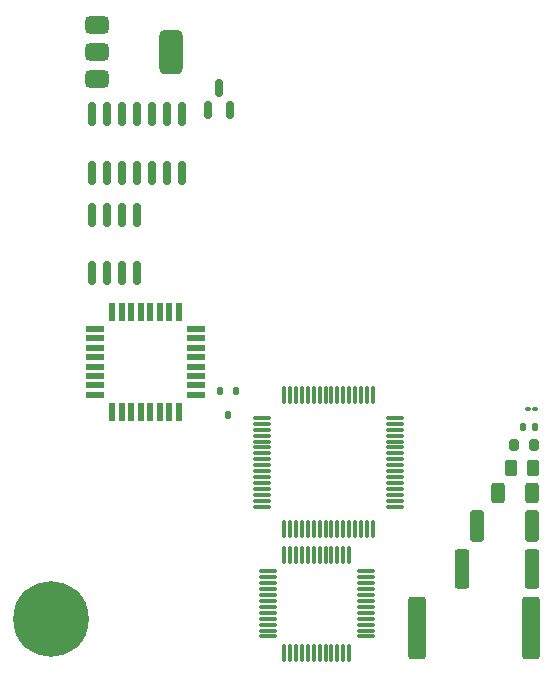
<source format=gbs>
%TF.GenerationSoftware,KiCad,Pcbnew,9.0.0*%
%TF.CreationDate,2025-12-20T00:19:53-05:00*%
%TF.ProjectId,BusinessCard,42757369-6e65-4737-9343-6172642e6b69,rev?*%
%TF.SameCoordinates,Original*%
%TF.FileFunction,Soldermask,Bot*%
%TF.FilePolarity,Negative*%
%FSLAX46Y46*%
G04 Gerber Fmt 4.6, Leading zero omitted, Abs format (unit mm)*
G04 Created by KiCad (PCBNEW 9.0.0) date 2025-12-20 00:19:53*
%MOMM*%
%LPD*%
G01*
G04 APERTURE LIST*
G04 Aperture macros list*
%AMRoundRect*
0 Rectangle with rounded corners*
0 $1 Rounding radius*
0 $2 $3 $4 $5 $6 $7 $8 $9 X,Y pos of 4 corners*
0 Add a 4 corners polygon primitive as box body*
4,1,4,$2,$3,$4,$5,$6,$7,$8,$9,$2,$3,0*
0 Add four circle primitives for the rounded corners*
1,1,$1+$1,$2,$3*
1,1,$1+$1,$4,$5*
1,1,$1+$1,$6,$7*
1,1,$1+$1,$8,$9*
0 Add four rect primitives between the rounded corners*
20,1,$1+$1,$2,$3,$4,$5,0*
20,1,$1+$1,$4,$5,$6,$7,0*
20,1,$1+$1,$6,$7,$8,$9,0*
20,1,$1+$1,$8,$9,$2,$3,0*%
G04 Aperture macros list end*
%ADD10RoundRect,0.150000X0.150000X-0.587500X0.150000X0.587500X-0.150000X0.587500X-0.150000X-0.587500X0*%
%ADD11RoundRect,0.112500X-0.112500X-0.237500X0.112500X-0.237500X0.112500X0.237500X-0.112500X0.237500X0*%
%ADD12RoundRect,0.375000X-0.625000X-0.375000X0.625000X-0.375000X0.625000X0.375000X-0.625000X0.375000X0*%
%ADD13RoundRect,0.500000X-0.500000X-1.400000X0.500000X-1.400000X0.500000X1.400000X-0.500000X1.400000X0*%
%ADD14RoundRect,0.150000X-0.150000X0.825000X-0.150000X-0.825000X0.150000X-0.825000X0.150000X0.825000X0*%
%ADD15C,6.400000*%
%ADD16R,1.600000X0.550000*%
%ADD17R,0.550000X1.600000*%
%ADD18RoundRect,0.075000X0.662500X0.075000X-0.662500X0.075000X-0.662500X-0.075000X0.662500X-0.075000X0*%
%ADD19RoundRect,0.075000X0.075000X0.662500X-0.075000X0.662500X-0.075000X-0.662500X0.075000X-0.662500X0*%
%ADD20RoundRect,0.100000X0.130000X0.100000X-0.130000X0.100000X-0.130000X-0.100000X0.130000X-0.100000X0*%
%ADD21RoundRect,0.250000X0.362500X1.075000X-0.362500X1.075000X-0.362500X-1.075000X0.362500X-1.075000X0*%
%ADD22RoundRect,0.135000X0.135000X0.185000X-0.135000X0.185000X-0.135000X-0.185000X0.135000X-0.185000X0*%
%ADD23RoundRect,0.250000X0.262500X0.450000X-0.262500X0.450000X-0.262500X-0.450000X0.262500X-0.450000X0*%
%ADD24RoundRect,0.250000X0.362500X1.425000X-0.362500X1.425000X-0.362500X-1.425000X0.362500X-1.425000X0*%
%ADD25RoundRect,0.250001X0.487499X2.399999X-0.487499X2.399999X-0.487499X-2.399999X0.487499X-2.399999X0*%
%ADD26RoundRect,0.250000X0.312500X0.625000X-0.312500X0.625000X-0.312500X-0.625000X0.312500X-0.625000X0*%
%ADD27RoundRect,0.200000X0.200000X0.275000X-0.200000X0.275000X-0.200000X-0.275000X0.200000X-0.275000X0*%
G04 APERTURE END LIST*
D10*
%TO.C,REF\u002A\u002A*%
X154700000Y-89687500D03*
X152800000Y-89687500D03*
X153750000Y-87812500D03*
%TD*%
D11*
%TO.C,REF\u002A\u002A*%
X153850000Y-113500000D03*
X155150000Y-113500000D03*
X154500000Y-115500000D03*
%TD*%
D12*
%TO.C,REF\u002A\u002A*%
X143380000Y-87050000D03*
X143380000Y-84750000D03*
X143380000Y-82450000D03*
D13*
X149680000Y-84750000D03*
%TD*%
D14*
%TO.C,REF\u002A\u002A*%
X142940000Y-90025000D03*
X144210000Y-90025000D03*
X145480000Y-90025000D03*
X146750000Y-90025000D03*
X148020000Y-90025000D03*
X149290000Y-90025000D03*
X150560000Y-90025000D03*
X150560000Y-94975000D03*
X149290000Y-94975000D03*
X148020000Y-94975000D03*
X146750000Y-94975000D03*
X145480000Y-94975000D03*
X144210000Y-94975000D03*
X142940000Y-94975000D03*
%TD*%
%TO.C,REF\u002A\u002A*%
X143000000Y-103500000D03*
X144270000Y-103500000D03*
X145540000Y-103500000D03*
X146810000Y-103500000D03*
X146810000Y-98550000D03*
X145540000Y-98550000D03*
X144270000Y-98550000D03*
X143000000Y-98550000D03*
%TD*%
D15*
%TO.C,REF\u002A\u002A*%
X139500000Y-132750000D03*
%TD*%
D16*
%TO.C,REF\u002A\u002A*%
X151750000Y-108200000D03*
X151750000Y-109000000D03*
X151750000Y-109800000D03*
X151750000Y-110600000D03*
X151750000Y-111400000D03*
X151750000Y-112200000D03*
X151750000Y-113000000D03*
X151750000Y-113800000D03*
D17*
X150300000Y-115250000D03*
X149500000Y-115250000D03*
X148700000Y-115250000D03*
X147900000Y-115250000D03*
X147100000Y-115250000D03*
X146300000Y-115250000D03*
X145500000Y-115250000D03*
X144700000Y-115250000D03*
D16*
X143250000Y-113800000D03*
X143250000Y-113000000D03*
X143250000Y-112200000D03*
X143250000Y-111400000D03*
X143250000Y-110600000D03*
X143250000Y-109800000D03*
X143250000Y-109000000D03*
X143250000Y-108200000D03*
D17*
X144700000Y-106750000D03*
X145500000Y-106750000D03*
X146300000Y-106750000D03*
X147100000Y-106750000D03*
X147900000Y-106750000D03*
X148700000Y-106750000D03*
X149500000Y-106750000D03*
X150300000Y-106750000D03*
%TD*%
D18*
%TO.C,REF\u002A\u002A*%
X168662500Y-115750000D03*
X168662500Y-116250000D03*
X168662500Y-116750000D03*
X168662500Y-117250000D03*
X168662500Y-117750000D03*
X168662500Y-118250000D03*
X168662500Y-118750000D03*
X168662500Y-119250000D03*
X168662500Y-119750000D03*
X168662500Y-120250000D03*
X168662500Y-120750000D03*
X168662500Y-121250000D03*
X168662500Y-121750000D03*
X168662500Y-122250000D03*
X168662500Y-122750000D03*
X168662500Y-123250000D03*
D19*
X166750000Y-125162500D03*
X166250000Y-125162500D03*
X165750000Y-125162500D03*
X165250000Y-125162500D03*
X164750000Y-125162500D03*
X164250000Y-125162500D03*
X163750000Y-125162500D03*
X163250000Y-125162500D03*
X162750000Y-125162500D03*
X162250000Y-125162500D03*
X161750000Y-125162500D03*
X161250000Y-125162500D03*
X160750000Y-125162500D03*
X160250000Y-125162500D03*
X159750000Y-125162500D03*
X159250000Y-125162500D03*
D18*
X157337500Y-123250000D03*
X157337500Y-122750000D03*
X157337500Y-122250000D03*
X157337500Y-121750000D03*
X157337500Y-121250000D03*
X157337500Y-120750000D03*
X157337500Y-120250000D03*
X157337500Y-119750000D03*
X157337500Y-119250000D03*
X157337500Y-118750000D03*
X157337500Y-118250000D03*
X157337500Y-117750000D03*
X157337500Y-117250000D03*
X157337500Y-116750000D03*
X157337500Y-116250000D03*
X157337500Y-115750000D03*
D19*
X159250000Y-113837500D03*
X159750000Y-113837500D03*
X160250000Y-113837500D03*
X160750000Y-113837500D03*
X161250000Y-113837500D03*
X161750000Y-113837500D03*
X162250000Y-113837500D03*
X162750000Y-113837500D03*
X163250000Y-113837500D03*
X163750000Y-113837500D03*
X164250000Y-113837500D03*
X164750000Y-113837500D03*
X165250000Y-113837500D03*
X165750000Y-113837500D03*
X166250000Y-113837500D03*
X166750000Y-113837500D03*
%TD*%
D20*
%TO.C,REF\u002A\u002A*%
X180520000Y-115000000D03*
X179880000Y-115000000D03*
%TD*%
D21*
%TO.C,REF\u002A\u002A*%
X180212500Y-124900000D03*
X175587500Y-124900000D03*
%TD*%
D22*
%TO.C,REF\u002A\u002A*%
X180510000Y-116500000D03*
X179490000Y-116500000D03*
%TD*%
D23*
%TO.C,REF\u002A\u002A*%
X180312500Y-120000000D03*
X178487500Y-120000000D03*
%TD*%
D24*
%TO.C,REF\u002A\u002A*%
X180212500Y-128500000D03*
X174287500Y-128500000D03*
%TD*%
D25*
%TO.C,REF\u002A\u002A*%
X180125000Y-133500000D03*
X170500000Y-133500000D03*
%TD*%
D26*
%TO.C,REF\u002A\u002A*%
X180262500Y-122100000D03*
X177337500Y-122100000D03*
%TD*%
D18*
%TO.C,REF\u002A\u002A*%
X166162500Y-128750000D03*
X166162500Y-129250000D03*
X166162500Y-129750000D03*
X166162500Y-130250000D03*
X166162500Y-130750000D03*
X166162500Y-131250000D03*
X166162500Y-131750000D03*
X166162500Y-132250000D03*
X166162500Y-132750000D03*
X166162500Y-133250000D03*
X166162500Y-133750000D03*
X166162500Y-134250000D03*
D19*
X164750000Y-135662500D03*
X164250000Y-135662500D03*
X163750000Y-135662500D03*
X163250000Y-135662500D03*
X162750000Y-135662500D03*
X162250000Y-135662500D03*
X161750000Y-135662500D03*
X161250000Y-135662500D03*
X160750000Y-135662500D03*
X160250000Y-135662500D03*
X159750000Y-135662500D03*
X159250000Y-135662500D03*
D18*
X157837500Y-134250000D03*
X157837500Y-133750000D03*
X157837500Y-133250000D03*
X157837500Y-132750000D03*
X157837500Y-132250000D03*
X157837500Y-131750000D03*
X157837500Y-131250000D03*
X157837500Y-130750000D03*
X157837500Y-130250000D03*
X157837500Y-129750000D03*
X157837500Y-129250000D03*
X157837500Y-128750000D03*
D19*
X159250000Y-127337500D03*
X159750000Y-127337500D03*
X160250000Y-127337500D03*
X160750000Y-127337500D03*
X161250000Y-127337500D03*
X161750000Y-127337500D03*
X162250000Y-127337500D03*
X162750000Y-127337500D03*
X163250000Y-127337500D03*
X163750000Y-127337500D03*
X164250000Y-127337500D03*
X164750000Y-127337500D03*
%TD*%
D27*
%TO.C,REF\u002A\u002A*%
X180370000Y-118000000D03*
X178720000Y-118000000D03*
%TD*%
M02*

</source>
